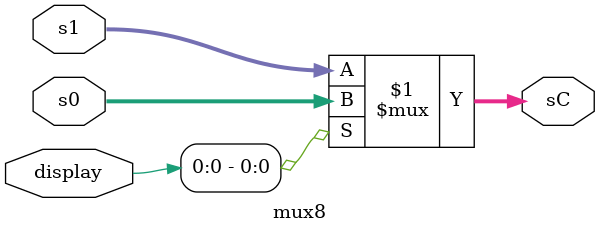
<source format=sv>
module aes_spi(input  logic sck, 
               input  logic sdi,
               output logic sdo,
               input  logic done,
               output logic [127:0] key, plaintext,
               input  logic [127:0] cyphertext);

    logic         sdodelayed, wasdone;
    logic [127:0] cyphertextcaptured;
               
    // assert load
    // apply 256 sclks to shift in key and plaintext, starting with plaintext[127]
    // then deassert load, wait until done
    // then apply 128 sclks to shift out cyphertext, starting with cyphertext[127]
    // SPI mode is equivalent to cpol = 0, cpha = 0 since data is sampled on first edge and the first
    // edge is a rising edge (clock going from low in the idle state to high).
    always_ff @(posedge sck)
        if (!wasdone)  {cyphertextcaptured, plaintext, key} = {cyphertext, plaintext[126:0], key, sdi};
        else           {cyphertextcaptured, plaintext, key} = {cyphertextcaptured[126:0], plaintext, key, sdi}; 
    
    // sdo should change on the negative edge of sck
    always_ff @(negedge sck) begin
        wasdone = done;
        sdodelayed = cyphertextcaptured[126];
    end
    
    // when done is first asserted, shift out msb before clock edge
    assign sdo = (done & !wasdone) ? cyphertext[127] : sdodelayed;
endmodule





module top(input logic reset,
		   output logic [7:0] row,
		   output logic [7:0] colx, coly);
 
// Top most module that combines all sub-modules within
// to create the whole circuit, additional
//comments in each sub module

logic [1:0] display;
logic [7:0] rowx, rowy;
logic [7:0] colxVal, colyVal;
logic [32:0] counter;

// Internal high-speed oscillator
HSOSC #(.CLKHF_DIV(2'b01))
hf_osc (.CLKHFPU(1'b1), .CLKHFEN(1'b1), .CLKHF(int_osc));


// Counter
  always_ff @(posedge int_osc) begin
if(reset == 0)  counter <= 0;
else            counter <= counter + 1;
end

//sub-modules
selectSegment displayMaker(counter[14], display);
mainLedFSM fsmx(reset, counter[14], 8'b01111110, 8'b11111111, 8'b10111101, 8'b11100111, 8'b11000011, 8'b11000011, 8'b11100111, 8'b10111101, 8'b11111111,  rowx, colxVal);
mainLedFSM fsmy(reset, counter[14], 8'b11111111, 8'b11000011, 8'b10000001, 8'b00011100, 8'b00111110, 8'b00111111, 8'b00111111, 8'b10011111, 8'b11001111, rowy, colyVal);
mux8 rowmux(display, rowx, rowy, row);
mux8 colxmux(display, colxVal, 8'b00000000, colx);
mux8 colymux(display, 8'b00000000, colyVal, coly);
//assign colx = 8'b11111111;
//assign coly = 8'b11111111;
//assign row = 8'b00000000;
endmodule


module mainLedFSM(input logic reset,
				 input logic clk,
				 input logic [7:0] colsOn,
				 input logic [7:0] col0_rowsOff,  
				 input logic [7:0] col1_rowsOff,  
				 input logic [7:0] col2_rowsOff,  
				 input logic [7:0] col3_rowsOff,  
				 input logic [7:0] col4_rowsOff,  
				 input logic [7:0] col5_rowsOff,  
				 input logic [7:0] col6_rowsOff,  
				 input logic [7:0] col7_rowsOff,  
				 output logic [7:0] row,
				 output logic [7:0] col);
 
/* FSM that says whether or not a key is pressed or not.
   If key pressed and other key also pressed after,
   will not acknowedlge new key press
*/

typedef enum logic [2:0] {S0, S1, S2, S3, S4, S5, S6, S7} statetype;
statetype state, nextstate;


// state register
always_ff @(posedge clk)
if (reset == 0) state <= S0;
else state <= nextstate;

// next state logic
always_comb
case (state)
S0: nextstate = S1;
S1: nextstate = S2;
S2: nextstate = S3;
S3: nextstate = S4;
S4: nextstate = S5;
S5: nextstate = S6;
S6: nextstate = S7;
S7: nextstate = S0;
default: nextstate = S0;
endcase

// output logic
assign col[0] = (colsOn[0] & state==S0);
assign col[1] = (colsOn[1] & state==S1);
assign col[2] = (colsOn[2] & state==S2);
assign col[3] = (colsOn[3] & state==S3);
assign col[4] = (colsOn[4] & state==S4);
assign col[5] = (colsOn[5] & state==S5);
assign col[6] = (colsOn[6] & state==S6);
assign col[7] = (colsOn[7] & state==S7);


assign row[0] = (col0_rowsOff[0] & state == S0 | col1_rowsOff[0] & state == S1 |  col2_rowsOff[0] & state == S2 | col3_rowsOff[0] & state == S3 | col4_rowsOff[0] & state == S4 | col5_rowsOff[0] & state == S5 | col6_rowsOff[0] & state == S6 | col7_rowsOff[0] & state == S7); 
assign row[1] = (col0_rowsOff[1] & state == S0 | col1_rowsOff[1] & state == S1 |  col2_rowsOff[1] & state == S2 | col3_rowsOff[1] & state == S3 | col4_rowsOff[1] & state == S4 | col5_rowsOff[1] & state == S5 | col6_rowsOff[1] & state == S6 | col7_rowsOff[1] & state == S7); 
assign row[2] = (col0_rowsOff[2] & state == S0 | col1_rowsOff[2] & state == S1 |  col2_rowsOff[2] & state == S2 | col3_rowsOff[2] & state == S3 | col4_rowsOff[2] & state == S4 | col5_rowsOff[2] & state == S5 | col6_rowsOff[2] & state == S6 | col7_rowsOff[2] & state == S7); 
assign row[3] = (col0_rowsOff[3] & state == S0 | col1_rowsOff[3] & state == S1 |  col2_rowsOff[3] & state == S2 | col3_rowsOff[3] & state == S3 | col4_rowsOff[3] & state == S4 | col5_rowsOff[3] & state == S5 | col6_rowsOff[3] & state == S6 | col7_rowsOff[3] & state == S7); 
assign row[4] = (col0_rowsOff[4] & state == S0 | col1_rowsOff[4] & state == S1 |  col2_rowsOff[4] & state == S2 | col3_rowsOff[4] & state == S3 | col4_rowsOff[4] & state == S4 | col5_rowsOff[4] & state == S5 | col6_rowsOff[4] & state == S6 | col7_rowsOff[4] & state == S7); 
assign row[5] = (col0_rowsOff[5] & state == S0 | col1_rowsOff[5] & state == S1 |  col2_rowsOff[5] & state == S2 | col3_rowsOff[5] & state == S3 | col4_rowsOff[5] & state == S4 | col5_rowsOff[5] & state == S5 | col6_rowsOff[5] & state == S6 | col7_rowsOff[5] & state == S7); 
assign row[6] = (col0_rowsOff[6] & state == S0 | col1_rowsOff[6] & state == S1 |  col2_rowsOff[6] & state == S2 | col3_rowsOff[6] & state == S3 | col4_rowsOff[6] & state == S4 | col5_rowsOff[6] & state == S5 | col6_rowsOff[6] & state == S6 | col7_rowsOff[6] & state == S7); 
assign row[7] = (col0_rowsOff[7] & state == S0 | col1_rowsOff[7] & state == S1 |  col2_rowsOff[7] & state == S2 | col3_rowsOff[7] & state == S3 | col4_rowsOff[7] & state == S4 | col5_rowsOff[7] & state == S5 | col6_rowsOff[7] & state == S6 | col7_rowsOff[7] & state == S7); 
endmodule

module selectSegment (input logic clk,
 output logic [1:0] display);

// Decides what 7-segment display should be on
// based on a clk signal, as it outputs a 2 bit
// signal, with the first bit representing whether
// or not the first digit should be on and the second
// bit  representing whether or not the second digit
// should be on

always_comb
case (clk)
// when clk low, only turn on second signal
1'b0: display = 2'b10;
// when clk high, only turn on first signal
1'b1: display = 2'b01;
default: display = 2'b10;
endcase
endmodule

module mux8 (input logic [1:0] display,
input logic [7:0] s0,
input logic [7:0] s1,
output logic [7:0] sC);

// is a mux that accepts two 4 bit inputs that
// represent the two dip switches and outputs
// one of them depending on a signal that
// represents whether or not the first
// 7-segment display should be on. If that
// signal is high, s0 will be chosen. If that
// signal is low, s1 will be chosen.

assign sC = display[0] ? s0:s1;
endmodule

</source>
